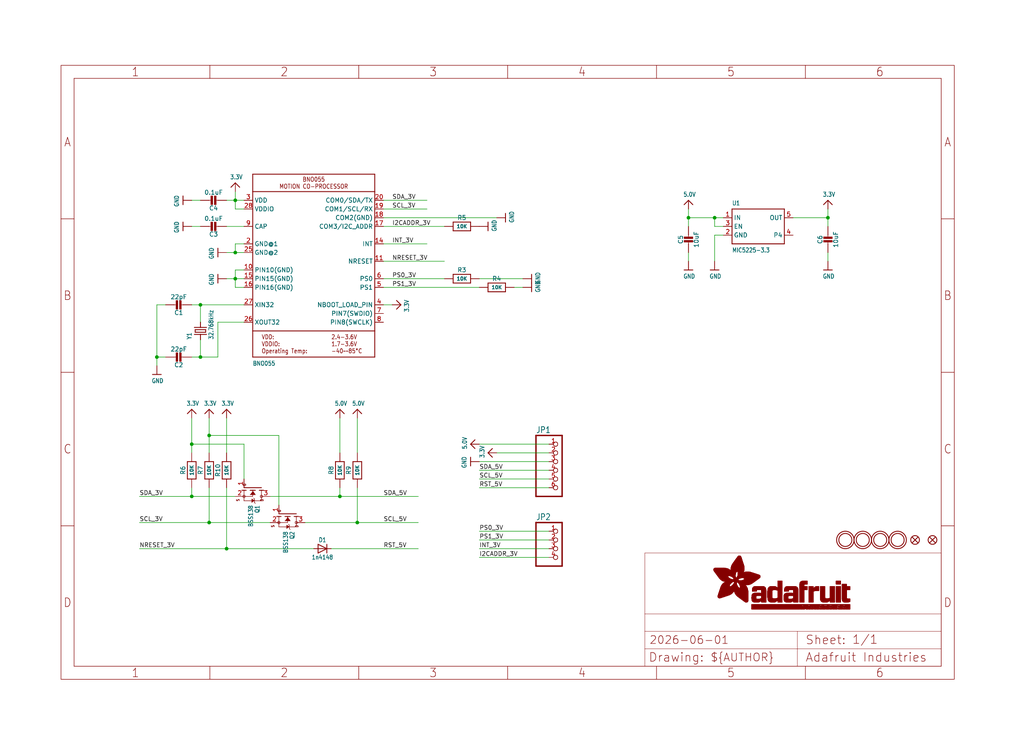
<source format=kicad_sch>
(kicad_sch (version 20231120) (generator "eeschema") (generator_version "8.0")
  (paper "User" 298.45 217.322)
  (lib_symbols
    (symbol "Adafruit BNO055-eagle-import:3.3V" (power)
      (symbol "3.3V_1_0"
        (pin power_in line (at 0 -2.54 90) (length 2.54) (name "3.3V") (number "1"))
      )
    )
    (symbol "Adafruit BNO055-eagle-import:5.0V" (power)
      (symbol "5.0V_1_0"
        (pin power_in line (at 0 -2.54 90) (length 2.54) (name "5.0V") (number "1"))
      )
    )
    (symbol "Adafruit BNO055-eagle-import:BNO055"
      (symbol "BNO055_1_0"
        (text "2.4-3.6V\n1.7-3.6V\n-40~~85°C" (at 5.08 -24.13 0) (effects (font (size 1.27 1.0795)) (justify left)))
        (text "BNO055\nMOTION CO-PROCESSOR" (at 0 22.86 0) (effects (font (size 1.27 1.0795))))
        (text "VDD:\nVDDIO:\nOperating Temp:" (at -15.24 -24.13 0) (effects (font (size 1.27 1.0795)) (justify left)))
        (pin bidirectional line (at -20.32 -2.54 0) (length 2.54) (name "PIN10(GND)") (number "10"))
        (pin bidirectional line (at 20.32 0 180) (length 2.54) (name "NRESET") (number "11"))
        (pin output line (at 20.32 5.08 180) (length 2.54) (name "INT") (number "14"))
        (pin bidirectional line (at -20.32 -5.08 0) (length 2.54) (name "PIN15(GND)") (number "15"))
        (pin bidirectional line (at -20.32 -7.62 0) (length 2.54) (name "PIN16(GND)") (number "16"))
        (pin bidirectional line (at 20.32 10.16 180) (length 2.54) (name "COM3/I2C_ADDR") (number "17"))
        (pin bidirectional line (at 20.32 12.7 180) (length 2.54) (name "COM2(GND)") (number "18"))
        (pin bidirectional line (at 20.32 15.24 180) (length 2.54) (name "COM1/SCL/RX") (number "19"))
        (pin power_in line (at -20.32 5.08 0) (length 2.54) (name "GND@1") (number "2"))
        (pin bidirectional line (at 20.32 17.78 180) (length 2.54) (name "COM0/SDA/TX") (number "20"))
        (pin power_in line (at -20.32 2.54 0) (length 2.54) (name "GND@2") (number "25"))
        (pin output line (at -20.32 -17.78 0) (length 2.54) (name "XOUT32") (number "26"))
        (pin input line (at -20.32 -12.7 0) (length 2.54) (name "XIN32") (number "27"))
        (pin power_in line (at -20.32 15.24 0) (length 2.54) (name "VDDIO") (number "28"))
        (pin power_in line (at -20.32 17.78 0) (length 2.54) (name "VDD") (number "3"))
        (pin bidirectional line (at 20.32 -12.7 180) (length 2.54) (name "NBOOT_LOAD_PIN") (number "4"))
        (pin input line (at 20.32 -7.62 180) (length 2.54) (name "PS1") (number "5"))
        (pin input line (at 20.32 -5.08 180) (length 2.54) (name "PS0") (number "6"))
        (pin bidirectional line (at 20.32 -15.24 180) (length 2.54) (name "PIN7(SWDIO)") (number "7"))
        (pin bidirectional line (at 20.32 -17.78 180) (length 2.54) (name "PIN8(SWCLK)") (number "8"))
        (pin passive line (at -20.32 10.16 0) (length 2.54) (name "CAP") (number "9"))
      )
    )
    (symbol "Adafruit BNO055-eagle-import:CAP_CERAMIC0805-NOOUTLINE"
      (property "Reference" "C" (at -2.29 1.25 90))
      (symbol "CAP_CERAMIC0805-NOOUTLINE_1_0"
        (pin passive line (at 0 5.08 270) (length 2.54) (name "1") (number "1"))
        (pin passive line (at 0 -2.54 90) (length 2.54) (name "2") (number "2"))
      )
    )
    (symbol "Adafruit BNO055-eagle-import:CAP_CERAMIC0805_10MGAP"
      (property "Reference" "C" (at -2.29 1.25 90))
      (symbol "CAP_CERAMIC0805_10MGAP_1_0"
        (pin passive line (at 0 5.08 270) (length 2.54) (name "1") (number "1"))
        (pin passive line (at 0 -2.54 90) (length 2.54) (name "2") (number "2"))
      )
    )
    (symbol "Adafruit BNO055-eagle-import:CRYSTAL8.0X3.8"
      (property "Reference" "Y" (at -2.54 2.54 0))
      (symbol "CRYSTAL8.0X3.8_1_0"
        (pin passive line (at -2.54 0 0) (length 0) (name "1") (number "P$1"))
        (pin passive line (at 2.54 0 180) (length 0) (name "2") (number "P$4"))
      )
    )
    (symbol "Adafruit BNO055-eagle-import:DIODESOD-323"
      (property "Reference" "D" (at 0 2.54 0))
      (symbol "DIODESOD-323_1_0"
        (pin passive line (at -2.54 0 0) (length 2.54) (name "A") (number "A"))
        (pin passive line (at 2.54 0 180) (length 2.54) (name "C") (number "C"))
      )
    )
    (symbol "Adafruit BNO055-eagle-import:FIDUCIAL{dblquote}{dblquote}")
    (symbol "Adafruit BNO055-eagle-import:FRAME_A4_ADAFRUIT"
      (symbol "FRAME_A4_ADAFRUIT_1_0"
        (text "${#}/${##}" (at 230.505 10.16 0) (effects (font (size 2.54 2.54)) (justify left bottom)))
        (text "${AUTHOR}" (at 189.23 5.08 0) (effects (font (size 2.286 2.286)) (justify left bottom)))
        (text "${CURRENT_DATE}" (at 171.45 10.16 0) (effects (font (size 2.286 2.286)) (justify left bottom)))
        (text "${PROJECTNAME}" (at 171.45 15.24 0) (effects (font (size 2.54 2.54)) (justify left bottom)))
        (text "1" (at 21.6958 1.905 0) (effects (font (size 2.54 2.286))))
        (text "1" (at 21.6958 177.165 0) (effects (font (size 2.54 2.286))))
        (text "2" (at 65.0875 1.905 0) (effects (font (size 2.54 2.286))))
        (text "2" (at 65.0875 177.165 0) (effects (font (size 2.54 2.286))))
        (text "3" (at 108.4792 1.905 0) (effects (font (size 2.54 2.286))))
        (text "3" (at 108.4792 177.165 0) (effects (font (size 2.54 2.286))))
        (text "4" (at 151.8708 1.905 0) (effects (font (size 2.54 2.286))))
        (text "4" (at 151.8708 177.165 0) (effects (font (size 2.54 2.286))))
        (text "5" (at 195.2625 1.905 0) (effects (font (size 2.54 2.286))))
        (text "5" (at 195.2625 177.165 0) (effects (font (size 2.54 2.286))))
        (text "6" (at 238.6542 1.905 0) (effects (font (size 2.54 2.286))))
        (text "6" (at 238.6542 177.165 0) (effects (font (size 2.54 2.286))))
        (text "A" (at 1.905 156.6863 0) (effects (font (size 2.54 2.286))))
        (text "A" (at 258.445 156.6863 0) (effects (font (size 2.54 2.286))))
        (text "Adafruit Industries" (at 216.916 4.953 0) (effects (font (size 2.54 2.54)) (justify left bottom)))
        (text "B" (at 1.905 111.9188 0) (effects (font (size 2.54 2.286))))
        (text "B" (at 258.445 111.9188 0) (effects (font (size 2.54 2.286))))
        (text "C" (at 1.905 67.1513 0) (effects (font (size 2.54 2.286))))
        (text "C" (at 258.445 67.1513 0) (effects (font (size 2.54 2.286))))
        (text "D" (at 1.905 22.3838 0) (effects (font (size 2.54 2.286))))
        (text "D" (at 258.445 22.3838 0) (effects (font (size 2.54 2.286))))
        (text "Drawing:" (at 171.196 4.953 0) (effects (font (size 2.54 2.54)) (justify left bottom)))
        (text "Sheet:" (at 216.916 10.033 0) (effects (font (size 2.54 2.54)) (justify left bottom)))
      )
    )
    (symbol "Adafruit BNO055-eagle-import:GND" (power)
      (symbol "GND_1_0"
        (pin power_in line (at 0 2.54 270) (length 2.54) (name "GND") (number "1"))
      )
    )
    (symbol "Adafruit BNO055-eagle-import:HEADER-1X476MIL"
      (property "Reference" "JP" (at -6.35 8.255 0))
      (symbol "HEADER-1X476MIL_1_0"
        (pin passive inverted (at -2.54 5.08 0) (length 2.54) (name "1") (number "1"))
        (pin passive inverted (at -2.54 2.54 0) (length 2.54) (name "2") (number "2"))
        (pin passive inverted (at -2.54 0 0) (length 2.54) (name "3") (number "3"))
        (pin passive inverted (at -2.54 -2.54 0) (length 2.54) (name "4") (number "4"))
      )
    )
    (symbol "Adafruit BNO055-eagle-import:HEADER-1X676MIL"
      (property "Reference" "JP" (at -6.35 10.795 0))
      (symbol "HEADER-1X676MIL_1_0"
        (pin passive inverted (at -2.54 7.62 0) (length 2.54) (name "1") (number "1"))
        (pin passive inverted (at -2.54 5.08 0) (length 2.54) (name "2") (number "2"))
        (pin passive inverted (at -2.54 2.54 0) (length 2.54) (name "3") (number "3"))
        (pin passive inverted (at -2.54 0 0) (length 2.54) (name "4") (number "4"))
        (pin passive inverted (at -2.54 -2.54 0) (length 2.54) (name "5") (number "5"))
        (pin passive inverted (at -2.54 -5.08 0) (length 2.54) (name "6") (number "6"))
      )
    )
    (symbol "Adafruit BNO055-eagle-import:MOSFET-NWIDE"
      (property "Reference" "Q" (at 5.08 0.635 0))
      (symbol "MOSFET-NWIDE_1_0"
        (text "D" (at 3.175 3.175 0) (effects (font (size 0.8128 0.6908)) (justify left bottom)))
        (text "G" (at -1.27 -1.905 0) (effects (font (size 0.8128 0.6908)) (justify left bottom)))
        (text "S" (at 3.175 -3.81 0) (effects (font (size 0.8128 0.6908)) (justify left bottom)))
        (pin bidirectional line (at -2.54 -2.54 0) (length 2.54) (name "G") (number "1"))
        (pin bidirectional line (at 2.54 -5.08 90) (length 2.54) (name "S") (number "2"))
        (pin bidirectional line (at 2.54 5.08 270) (length 2.54) (name "D") (number "3"))
      )
    )
    (symbol "Adafruit BNO055-eagle-import:MOUNTINGHOLE2.5_THICK")
    (symbol "Adafruit BNO055-eagle-import:RESISTOR0805_NOOUTLINE"
      (property "Reference" "R" (at 0 2.54 0))
      (symbol "RESISTOR0805_NOOUTLINE_1_0"
        (pin passive line (at -5.08 0 0) (length 2.54) (name "1") (number "1"))
        (pin passive line (at 5.08 0 180) (length 2.54) (name "2") (number "2"))
      )
    )
    (symbol "Adafruit BNO055-eagle-import:RESISTOR_0805MP"
      (property "Reference" "R" (at 0 2.54 0))
      (symbol "RESISTOR_0805MP_1_0"
        (pin passive line (at -5.08 0 0) (length 2.54) (name "1") (number "1"))
        (pin passive line (at 5.08 0 180) (length 2.54) (name "2") (number "2"))
      )
    )
    (symbol "Adafruit BNO055-eagle-import:VREG_SOT23-5"
      (property "Reference" "U" (at -7.62 6.096 0))
      (symbol "VREG_SOT23-5_1_0"
        (pin power_in line (at -10.16 2.54 0) (length 2.54) (name "IN") (number "1"))
        (pin power_in line (at -10.16 -2.54 0) (length 2.54) (name "GND") (number "2"))
        (pin input line (at -10.16 0 0) (length 2.54) (name "EN") (number "3"))
        (pin bidirectional line (at 10.16 -2.54 180) (length 2.54) (name "P4") (number "4"))
        (pin power_in line (at 10.16 2.54 180) (length 2.54) (name "OUT") (number "5"))
      )
    )
  )
  (junction (at 68.58 73.66))
  (junction (at 68.58 58.42))
  (junction (at 241.3 63.5))
  (junction (at 55.88 144.78))
  (junction (at 208.28 63.5))
  (junction (at 58.42 104.14))
  (junction (at 66.04 160.02))
  (junction (at 55.88 129.54))
  (junction (at 68.58 81.28))
  (junction (at 99.06 144.78))
  (junction (at 104.14 152.4))
  (junction (at 60.96 152.4))
  (junction (at 45.72 104.14))
  (junction (at 60.96 127))
  (junction (at 58.42 88.9))
  (junction (at 200.66 63.5))
  (wire (pts (xy 71.12 73.66) (xy 68.58 73.66)) (stroke (width 0.1524)))
  (wire (pts (xy 144.78 63.5) (xy 111.76 63.5)) (stroke (width 0.1524)))
  (wire (pts (xy 66.04 132.08) (xy 66.04 121.92)) (stroke (width 0.1524)))
  (wire (pts (xy 68.58 81.28) (xy 66.04 81.28)) (stroke (width 0.1524)))
  (wire (pts (xy 60.96 132.08) (xy 60.96 127)) (stroke (width 0.1524)))
  (wire (pts (xy 99.06 144.78) (xy 121.92 144.78)) (stroke (width 0.1524)))
  (wire (pts (xy 45.72 88.9) (xy 45.72 104.14)) (stroke (width 0.1524)))
  (wire (pts (xy 60.96 152.4) (xy 40.64 152.4)) (stroke (width 0.1524)))
  (wire (pts (xy 58.42 93.98) (xy 58.42 88.9)) (stroke (width 0.1524)))
  (wire (pts (xy 104.14 152.4) (xy 121.92 152.4)) (stroke (width 0.1524)))
  (wire (pts (xy 66.04 58.42) (xy 68.58 58.42)) (stroke (width 0.1524)))
  (wire (pts (xy 139.7 160.02) (xy 160.02 160.02)) (stroke (width 0.1524)))
  (wire (pts (xy 71.12 139.7) (xy 71.12 129.54)) (stroke (width 0.1524)))
  (wire (pts (xy 40.64 160.02) (xy 66.04 160.02)) (stroke (width 0.1524)))
  (wire (pts (xy 71.12 81.28) (xy 68.58 81.28)) (stroke (width 0.1524)))
  (wire (pts (xy 139.7 139.7) (xy 160.02 139.7)) (stroke (width 0.1524)))
  (wire (pts (xy 111.76 58.42) (xy 124.46 58.42)) (stroke (width 0.1524)))
  (wire (pts (xy 55.88 144.78) (xy 40.64 144.78)) (stroke (width 0.1524)))
  (wire (pts (xy 55.88 142.24) (xy 55.88 144.78)) (stroke (width 0.1524)))
  (wire (pts (xy 111.76 88.9) (xy 114.3 88.9)) (stroke (width 0.1524)))
  (wire (pts (xy 200.66 66.04) (xy 200.66 63.5)) (stroke (width 0.1524)))
  (wire (pts (xy 71.12 58.42) (xy 68.58 58.42)) (stroke (width 0.1524)))
  (wire (pts (xy 139.7 129.54) (xy 160.02 129.54)) (stroke (width 0.1524)))
  (wire (pts (xy 55.88 129.54) (xy 55.88 121.92)) (stroke (width 0.1524)))
  (wire (pts (xy 160.02 134.62) (xy 139.7 134.62)) (stroke (width 0.1524)))
  (wire (pts (xy 139.7 81.28) (xy 152.4 81.28)) (stroke (width 0.1524)))
  (wire (pts (xy 208.28 68.58) (xy 208.28 76.2)) (stroke (width 0.1524)))
  (wire (pts (xy 200.66 73.66) (xy 200.66 76.2)) (stroke (width 0.1524)))
  (wire (pts (xy 68.58 58.42) (xy 68.58 55.88)) (stroke (width 0.1524)))
  (wire (pts (xy 208.28 63.5) (xy 200.66 63.5)) (stroke (width 0.1524)))
  (wire (pts (xy 200.66 63.5) (xy 200.66 60.96)) (stroke (width 0.1524)))
  (wire (pts (xy 68.58 144.78) (xy 55.88 144.78)) (stroke (width 0.1524)))
  (wire (pts (xy 63.5 104.14) (xy 58.42 104.14)) (stroke (width 0.1524)))
  (wire (pts (xy 160.02 132.08) (xy 144.78 132.08)) (stroke (width 0.1524)))
  (wire (pts (xy 139.7 137.16) (xy 160.02 137.16)) (stroke (width 0.1524)))
  (wire (pts (xy 96.52 160.02) (xy 121.92 160.02)) (stroke (width 0.1524)))
  (wire (pts (xy 58.42 66.04) (xy 55.88 66.04)) (stroke (width 0.1524)))
  (wire (pts (xy 68.58 60.96) (xy 68.58 58.42)) (stroke (width 0.1524)))
  (wire (pts (xy 48.26 104.14) (xy 45.72 104.14)) (stroke (width 0.1524)))
  (wire (pts (xy 66.04 160.02) (xy 91.44 160.02)) (stroke (width 0.1524)))
  (wire (pts (xy 71.12 93.98) (xy 63.5 93.98)) (stroke (width 0.1524)))
  (wire (pts (xy 71.12 88.9) (xy 58.42 88.9)) (stroke (width 0.1524)))
  (wire (pts (xy 111.76 60.96) (xy 124.46 60.96)) (stroke (width 0.1524)))
  (wire (pts (xy 45.72 104.14) (xy 45.72 106.68)) (stroke (width 0.1524)))
  (wire (pts (xy 104.14 132.08) (xy 104.14 121.92)) (stroke (width 0.1524)))
  (wire (pts (xy 241.3 73.66) (xy 241.3 76.2)) (stroke (width 0.1524)))
  (wire (pts (xy 139.7 154.94) (xy 160.02 154.94)) (stroke (width 0.1524)))
  (wire (pts (xy 78.74 152.4) (xy 60.96 152.4)) (stroke (width 0.1524)))
  (wire (pts (xy 66.04 142.24) (xy 66.04 160.02)) (stroke (width 0.1524)))
  (wire (pts (xy 71.12 66.04) (xy 66.04 66.04)) (stroke (width 0.1524)))
  (wire (pts (xy 58.42 58.42) (xy 55.88 58.42)) (stroke (width 0.1524)))
  (wire (pts (xy 139.7 162.56) (xy 160.02 162.56)) (stroke (width 0.1524)))
  (wire (pts (xy 231.14 63.5) (xy 241.3 63.5)) (stroke (width 0.1524)))
  (wire (pts (xy 71.12 60.96) (xy 68.58 60.96)) (stroke (width 0.1524)))
  (wire (pts (xy 88.9 152.4) (xy 104.14 152.4)) (stroke (width 0.1524)))
  (wire (pts (xy 68.58 83.82) (xy 68.58 81.28)) (stroke (width 0.1524)))
  (wire (pts (xy 58.42 104.14) (xy 55.88 104.14)) (stroke (width 0.1524)))
  (wire (pts (xy 58.42 88.9) (xy 55.88 88.9)) (stroke (width 0.1524)))
  (wire (pts (xy 111.76 76.2) (xy 129.54 76.2)) (stroke (width 0.1524)))
  (wire (pts (xy 208.28 66.04) (xy 208.28 63.5)) (stroke (width 0.1524)))
  (wire (pts (xy 68.58 71.12) (xy 68.58 73.66)) (stroke (width 0.1524)))
  (wire (pts (xy 111.76 81.28) (xy 129.54 81.28)) (stroke (width 0.1524)))
  (wire (pts (xy 60.96 142.24) (xy 60.96 152.4)) (stroke (width 0.1524)))
  (wire (pts (xy 71.12 71.12) (xy 68.58 71.12)) (stroke (width 0.1524)))
  (wire (pts (xy 71.12 78.74) (xy 68.58 78.74)) (stroke (width 0.1524)))
  (wire (pts (xy 111.76 66.04) (xy 129.54 66.04)) (stroke (width 0.1524)))
  (wire (pts (xy 210.82 63.5) (xy 208.28 63.5)) (stroke (width 0.1524)))
  (wire (pts (xy 210.82 66.04) (xy 208.28 66.04)) (stroke (width 0.1524)))
  (wire (pts (xy 104.14 152.4) (xy 104.14 142.24)) (stroke (width 0.1524)))
  (wire (pts (xy 60.96 127) (xy 60.96 121.92)) (stroke (width 0.1524)))
  (wire (pts (xy 241.3 63.5) (xy 241.3 60.96)) (stroke (width 0.1524)))
  (wire (pts (xy 149.86 83.82) (xy 152.4 83.82)) (stroke (width 0.1524)))
  (wire (pts (xy 111.76 83.82) (xy 139.7 83.82)) (stroke (width 0.1524)))
  (wire (pts (xy 68.58 73.66) (xy 66.04 73.66)) (stroke (width 0.1524)))
  (wire (pts (xy 99.06 132.08) (xy 99.06 121.92)) (stroke (width 0.1524)))
  (wire (pts (xy 48.26 88.9) (xy 45.72 88.9)) (stroke (width 0.1524)))
  (wire (pts (xy 99.06 144.78) (xy 99.06 142.24)) (stroke (width 0.1524)))
  (wire (pts (xy 55.88 132.08) (xy 55.88 129.54)) (stroke (width 0.1524)))
  (wire (pts (xy 139.7 142.24) (xy 160.02 142.24)) (stroke (width 0.1524)))
  (wire (pts (xy 81.28 147.32) (xy 81.28 127)) (stroke (width 0.1524)))
  (wire (pts (xy 71.12 83.82) (xy 68.58 83.82)) (stroke (width 0.1524)))
  (wire (pts (xy 71.12 129.54) (xy 55.88 129.54)) (stroke (width 0.1524)))
  (wire (pts (xy 58.42 99.06) (xy 58.42 104.14)) (stroke (width 0.1524)))
  (wire (pts (xy 210.82 68.58) (xy 208.28 68.58)) (stroke (width 0.1524)))
  (wire (pts (xy 78.74 144.78) (xy 99.06 144.78)) (stroke (width 0.1524)))
  (wire (pts (xy 81.28 127) (xy 60.96 127)) (stroke (width 0.1524)))
  (wire (pts (xy 139.7 157.48) (xy 160.02 157.48)) (stroke (width 0.1524)))
  (wire (pts (xy 111.76 71.12) (xy 124.46 71.12)) (stroke (width 0.1524)))
  (wire (pts (xy 241.3 66.04) (xy 241.3 63.5)) (stroke (width 0.1524)))
  (wire (pts (xy 63.5 93.98) (xy 63.5 104.14)) (stroke (width 0.1524)))
  (wire (pts (xy 68.58 78.74) (xy 68.58 81.28)) (stroke (width 0.1524)))
  (label "SCL_5V" (at 139.7 139.7 0) (effects (font (size 1.2446 1.2446))))
  (label "SDA_3V" (at 40.64 144.78 0) (effects (font (size 1.2446 1.2446))))
  (label "NRESET_3V" (at 114.3 76.2 0) (effects (font (size 1.2446 1.2446))))
  (label "PS0_3V" (at 139.7 154.94 0) (effects (font (size 1.2446 1.2446))))
  (label "INT_3V" (at 139.7 160.02 0) (effects (font (size 1.2446 1.2446))))
  (label "PS1_3V" (at 139.7 157.48 0) (effects (font (size 1.2446 1.2446))))
  (label "NRESET_3V" (at 40.64 160.02 0) (effects (font (size 1.2446 1.2446))))
  (label "RST_5V" (at 111.76 160.02 0) (effects (font (size 1.2446 1.2446))))
  (label "PS0_3V" (at 114.3 81.28 0) (effects (font (size 1.2446 1.2446))))
  (label "SCL_3V" (at 40.64 152.4 0) (effects (font (size 1.2446 1.2446))))
  (label "RST_5V" (at 139.7 142.24 0) (effects (font (size 1.2446 1.2446))))
  (label "PS1_3V" (at 114.3 83.82 0) (effects (font (size 1.2446 1.2446))))
  (label "I2CADDR_3V" (at 139.7 162.56 0) (effects (font (size 1.2446 1.2446))))
  (label "SCL_3V" (at 114.3 60.96 0) (effects (font (size 1.2446 1.2446))))
  (label "SCL_5V" (at 111.76 152.4 0) (effects (font (size 1.2446 1.2446))))
  (label "SDA_3V" (at 114.3 58.42 0) (effects (font (size 1.2446 1.2446))))
  (label "INT_3V" (at 114.3 71.12 0) (effects (font (size 1.2446 1.2446))))
  (label "I2CADDR_3V" (at 114.3 66.04 0) (effects (font (size 1.2446 1.2446))))
  (label "SDA_5V" (at 111.76 144.78 0) (effects (font (size 1.2446 1.2446))))
  (label "SDA_5V" (at 139.7 137.16 0) (effects (font (size 1.2446 1.2446))))
  (symbol (lib_id "Adafruit BNO055-eagle-import:GND") (at 63.5 81.28 270) (unit 1)
    (property "Reference" "#U$12" (effects (hide yes)))
    (property "Value" "GND" (at 60.96 79.756 0) (effects (font (size 1.27 1.0795)) (justify left bottom)))
  )
  (symbol (lib_id "Adafruit BNO055-eagle-import:3.3V") (at 55.88 119.38 0) (unit 1)
    (property "Reference" "#U$4" (effects (hide yes)))
    (property "Value" "3.3V" (at 54.356 118.364 0) (effects (font (size 1.27 1.0795)) (justify left bottom)))
  )
  (symbol (lib_id "Adafruit BNO055-eagle-import:RESISTOR0805_NOOUTLINE") (at 60.96 137.16 90) (unit 1)
    (property "Reference" "R7" (at 58.42 137.16 0))
    (property "Value" "10K" (at 60.96 137.16 0) (effects (font (size 1.016 1.016) (thickness 0.2032) (bold yes))))
    (property "Footprint" "Adafruit BNO055:0805-NO" (effects (hide yes)))
  )
  (symbol (lib_id "Adafruit BNO055-eagle-import:CRYSTAL8.0X3.8") (at 58.42 96.52 90) (unit 1)
    (property "Reference" "Y1" (at 55.88 99.06 0) (effects (font (size 1.27 1.0795)) (justify left bottom)))
    (property "Value" "32.768kHz" (at 62.23 99.06 0) (effects (font (size 1.27 1.0795)) (justify left bottom)))
    (property "Footprint" "Adafruit BNO055:CRYSTAL_8X3.8" (effects (hide yes)))
  )
  (symbol (lib_id "Adafruit BNO055-eagle-import:GND") (at 63.5 73.66 270) (unit 1)
    (property "Reference" "#U$13" (effects (hide yes)))
    (property "Value" "GND" (at 60.96 72.136 0) (effects (font (size 1.27 1.0795)) (justify left bottom)))
  )
  (symbol (lib_id "Adafruit BNO055-eagle-import:GND") (at 142.24 66.04 90) (unit 1)
    (property "Reference" "#U$7" (effects (hide yes)))
    (property "Value" "GND" (at 144.78 67.564 0) (effects (font (size 1.27 1.0795)) (justify left bottom)))
  )
  (symbol (lib_id "Adafruit BNO055-eagle-import:BNO055") (at 91.44 76.2 0) (unit 1)
    (property "Reference" "U$2" (effects (hide yes)))
    (property "Value" "BNO055" (at 73.66 106.68 0) (effects (font (size 1.27 1.0795)) (justify left bottom)))
    (property "Footprint" "Adafruit BNO055:BNO055" (effects (hide yes)))
  )
  (symbol (lib_id "Adafruit BNO055-eagle-import:RESISTOR0805_NOOUTLINE") (at 134.62 81.28 0) (unit 1)
    (property "Reference" "R3" (at 134.62 78.74 0))
    (property "Value" "10K" (at 134.62 81.28 0) (effects (font (size 1.016 1.016) (thickness 0.2032) (bold yes))))
    (property "Footprint" "Adafruit BNO055:0805-NO" (effects (hide yes)))
  )
  (symbol (lib_id "Adafruit BNO055-eagle-import:MOUNTINGHOLE2.5_THICK") (at 251.46 157.48 0) (unit 1)
    (property "Reference" "U$31" (effects (hide yes)))
    (property "Value" "MOUNTINGHOLE2.5_THICK" (effects (hide yes)))
    (property "Footprint" "Adafruit BNO055:MOUNTINGHOLE_2.5_PLATED_THICK" (effects (hide yes)))
  )
  (symbol (lib_id "Adafruit BNO055-eagle-import:5.0V") (at 200.66 58.42 0) (unit 1)
    (property "Reference" "#U$25" (effects (hide yes)))
    (property "Value" "5.0V" (at 199.136 57.404 0) (effects (font (size 1.27 1.0795)) (justify left bottom)))
  )
  (symbol (lib_id "Adafruit BNO055-eagle-import:RESISTOR_0805MP") (at 104.14 137.16 90) (unit 1)
    (property "Reference" "R9" (at 101.6 137.16 0))
    (property "Value" "10K" (at 104.14 137.16 0) (effects (font (size 1.016 1.016) (thickness 0.2032) (bold yes))))
    (property "Footprint" "Adafruit BNO055:_0805MP" (effects (hide yes)))
  )
  (symbol (lib_id "Adafruit BNO055-eagle-import:3.3V") (at 66.04 119.38 0) (unit 1)
    (property "Reference" "#U$27" (effects (hide yes)))
    (property "Value" "3.3V" (at 64.516 118.364 0) (effects (font (size 1.27 1.0795)) (justify left bottom)))
  )
  (symbol (lib_id "Adafruit BNO055-eagle-import:MOSFET-NWIDE") (at 73.66 142.24 270) (unit 1)
    (property "Reference" "Q1" (at 74.295 147.32 0) (effects (font (size 1.27 1.0795)) (justify left bottom)))
    (property "Value" "BSS138" (at 72.39 147.32 0) (effects (font (size 1.27 1.0795)) (justify left bottom)))
    (property "Footprint" "Adafruit BNO055:SOT23-WIDE" (effects (hide yes)))
  )
  (symbol (lib_id "Adafruit BNO055-eagle-import:FIDUCIAL{dblquote}{dblquote}") (at 266.7 157.48 0) (unit 1)
    (property "Reference" "FID2" (effects (hide yes)))
    (property "Value" "FIDUCIAL{dblquote}{dblquote}" (effects (hide yes)))
    (property "Footprint" "Adafruit BNO055:FIDUCIAL_1MM" (effects (hide yes)))
  )
  (symbol (lib_id "Adafruit BNO055-eagle-import:HEADER-1X476MIL") (at 162.56 160.02 0) (unit 1)
    (property "Reference" "JP2" (at 156.21 151.765 0) (effects (font (size 1.778 1.5113)) (justify left bottom)))
    (property "Value" "HEADER-1X476MIL" (effects (hide yes)))
    (property "Footprint" "Adafruit BNO055:1X04_ROUND_76" (effects (hide yes)))
  )
  (symbol (lib_id "Adafruit BNO055-eagle-import:HEADER-1X676MIL") (at 162.56 137.16 0) (unit 1)
    (property "Reference" "JP1" (at 156.21 126.365 0) (effects (font (size 1.778 1.5113)) (justify left bottom)))
    (property "Value" "HEADER-1X676MIL" (effects (hide yes)))
    (property "Footprint" "Adafruit BNO055:1X06_ROUND_76" (effects (hide yes)))
  )
  (symbol (lib_id "Adafruit BNO055-eagle-import:RESISTOR_0805MP") (at 99.06 137.16 90) (unit 1)
    (property "Reference" "R8" (at 96.52 137.16 0))
    (property "Value" "10K" (at 99.06 137.16 0) (effects (font (size 1.016 1.016) (thickness 0.2032) (bold yes))))
    (property "Footprint" "Adafruit BNO055:_0805MP" (effects (hide yes)))
  )
  (symbol (lib_id "Adafruit BNO055-eagle-import:CAP_CERAMIC0805-NOOUTLINE") (at 63.5 66.04 90) (unit 1)
    (property "Reference" "C3" (at 62.25 68.33 90))
    (property "Value" "0.1uF" (at 62.25 63.74 90))
    (property "Footprint" "Adafruit BNO055:0805-NO" (effects (hide yes)))
  )
  (symbol (lib_id "Adafruit BNO055-eagle-import:GND") (at 154.94 83.82 90) (unit 1)
    (property "Reference" "#U$6" (effects (hide yes)))
    (property "Value" "GND" (at 157.48 85.344 0) (effects (font (size 1.27 1.0795)) (justify left bottom)))
  )
  (symbol (lib_id "Adafruit BNO055-eagle-import:RESISTOR0805_NOOUTLINE") (at 55.88 137.16 90) (unit 1)
    (property "Reference" "R6" (at 53.34 137.16 0))
    (property "Value" "10K" (at 55.88 137.16 0) (effects (font (size 1.016 1.016) (thickness 0.2032) (bold yes))))
    (property "Footprint" "Adafruit BNO055:0805-NO" (effects (hide yes)))
  )
  (symbol (lib_id "Adafruit BNO055-eagle-import:3.3V") (at 68.58 53.34 0) (unit 1)
    (property "Reference" "#U$21" (effects (hide yes)))
    (property "Value" "3.3V" (at 67.056 52.324 0) (effects (font (size 1.27 1.0795)) (justify left bottom)))
  )
  (symbol (lib_id "Adafruit BNO055-eagle-import:RESISTOR0805_NOOUTLINE") (at 66.04 137.16 90) (unit 1)
    (property "Reference" "R10" (at 63.5 137.16 0))
    (property "Value" "10K" (at 66.04 137.16 0) (effects (font (size 1.016 1.016) (thickness 0.2032) (bold yes))))
    (property "Footprint" "Adafruit BNO055:0805-NO" (effects (hide yes)))
  )
  (symbol (lib_id "Adafruit BNO055-eagle-import:5.0V") (at 104.14 119.38 0) (unit 1)
    (property "Reference" "#U$20" (effects (hide yes)))
    (property "Value" "5.0V" (at 102.616 118.364 0) (effects (font (size 1.27 1.0795)) (justify left bottom)))
  )
  (symbol (lib_id "Adafruit BNO055-eagle-import:3.3V") (at 116.84 88.9 270) (unit 1)
    (property "Reference" "#U$15" (effects (hide yes)))
    (property "Value" "3.3V" (at 117.856 87.376 0) (effects (font (size 1.27 1.0795)) (justify left bottom)))
  )
  (symbol (lib_id "Adafruit BNO055-eagle-import:FRAME_A4_ADAFRUIT") (at 17.78 198.12 0) (unit 1)
    (property "Reference" "#U$1" (effects (hide yes)))
    (property "Value" "FRAME_A4_ADAFRUIT" (effects (hide yes)))
  )
  (symbol (lib_id "Adafruit BNO055-eagle-import:CAP_CERAMIC0805-NOOUTLINE") (at 53.34 88.9 90) (unit 1)
    (property "Reference" "C1" (at 52.09 91.19 90))
    (property "Value" "22pF" (at 52.09 86.6 90))
    (property "Footprint" "Adafruit BNO055:0805-NO" (effects (hide yes)))
  )
  (symbol (lib_id "Adafruit BNO055-eagle-import:CAP_CERAMIC0805-NOOUTLINE") (at 53.34 104.14 90) (unit 1)
    (property "Reference" "C2" (at 52.09 106.43 90))
    (property "Value" "22pF" (at 52.09 101.84 90))
    (property "Footprint" "Adafruit BNO055:0805-NO" (effects (hide yes)))
  )
  (symbol (lib_id "Adafruit BNO055-eagle-import:5.0V") (at 137.16 129.54 90) (unit 1)
    (property "Reference" "#U$10" (effects (hide yes)))
    (property "Value" "5.0V" (at 136.144 131.064 0) (effects (font (size 1.27 1.0795)) (justify left bottom)))
  )
  (symbol (lib_id "Adafruit BNO055-eagle-import:RESISTOR0805_NOOUTLINE") (at 134.62 66.04 0) (unit 1)
    (property "Reference" "R5" (at 134.62 63.5 0))
    (property "Value" "10K" (at 134.62 66.04 0) (effects (font (size 1.016 1.016) (thickness 0.2032) (bold yes))))
    (property "Footprint" "Adafruit BNO055:0805-NO" (effects (hide yes)))
  )
  (symbol (lib_id "Adafruit BNO055-eagle-import:GND") (at 241.3 78.74 0) (unit 1)
    (property "Reference" "#U$23" (effects (hide yes)))
    (property "Value" "GND" (at 239.776 81.28 0) (effects (font (size 1.27 1.0795)) (justify left bottom)))
  )
  (symbol (lib_id "Adafruit BNO055-eagle-import:3.3V") (at 241.3 58.42 0) (unit 1)
    (property "Reference" "#U$24" (effects (hide yes)))
    (property "Value" "3.3V" (at 239.776 57.404 0) (effects (font (size 1.27 1.0795)) (justify left bottom)))
  )
  (symbol (lib_id "Adafruit BNO055-eagle-import:CAP_CERAMIC0805_10MGAP") (at 63.5 58.42 90) (unit 1)
    (property "Reference" "C4" (at 62.25 60.71 90))
    (property "Value" "0.1uF" (at 62.25 56.12 90))
    (property "Footprint" "Adafruit BNO055:0805_10MGAP" (effects (hide yes)))
  )
  (symbol (lib_id "Adafruit BNO055-eagle-import:MOUNTINGHOLE2.5_THICK") (at 261.62 157.48 0) (unit 1)
    (property "Reference" "U$29" (effects (hide yes)))
    (property "Value" "MOUNTINGHOLE2.5_THICK" (effects (hide yes)))
    (property "Footprint" "Adafruit BNO055:MOUNTINGHOLE_2.5_PLATED_THICK" (effects (hide yes)))
  )
  (symbol (lib_id "Adafruit BNO055-eagle-import:GND") (at 154.94 81.28 90) (unit 1)
    (property "Reference" "#U$5" (effects (hide yes)))
    (property "Value" "GND" (at 157.48 82.804 0) (effects (font (size 1.27 1.0795)) (justify left bottom)))
  )
  (symbol (lib_id "Adafruit BNO055-eagle-import:GND") (at 53.34 58.42 270) (unit 1)
    (property "Reference" "#U$16" (effects (hide yes)))
    (property "Value" "GND" (at 50.8 56.896 0) (effects (font (size 1.27 1.0795)) (justify left bottom)))
  )
  (symbol (lib_id "Adafruit BNO055-eagle-import:FIDUCIAL{dblquote}{dblquote}") (at 271.78 157.48 0) (unit 1)
    (property "Reference" "FID1" (effects (hide yes)))
    (property "Value" "FIDUCIAL{dblquote}{dblquote}" (effects (hide yes)))
    (property "Footprint" "Adafruit BNO055:FIDUCIAL_1MM" (effects (hide yes)))
  )
  (symbol (lib_id "Adafruit BNO055-eagle-import:GND") (at 208.28 78.74 0) (unit 1)
    (property "Reference" "#U$26" (effects (hide yes)))
    (property "Value" "GND" (at 206.756 81.28 0) (effects (font (size 1.27 1.0795)) (justify left bottom)))
  )
  (symbol (lib_id "Adafruit BNO055-eagle-import:CAP_CERAMIC0805-NOOUTLINE") (at 200.66 71.12 0) (unit 1)
    (property "Reference" "C5" (at 198.37 69.87 90))
    (property "Value" "10uF" (at 202.96 69.87 90))
    (property "Footprint" "Adafruit BNO055:0805-NO" (effects (hide yes)))
  )
  (symbol (lib_id "Adafruit BNO055-eagle-import:GND") (at 200.66 78.74 0) (unit 1)
    (property "Reference" "#U$22" (effects (hide yes)))
    (property "Value" "GND" (at 199.136 81.28 0) (effects (font (size 1.27 1.0795)) (justify left bottom)))
  )
  (symbol (lib_id "Adafruit BNO055-eagle-import:MOUNTINGHOLE2.5_THICK") (at 246.38 157.48 0) (unit 1)
    (property "Reference" "U$32" (effects (hide yes)))
    (property "Value" "MOUNTINGHOLE2.5_THICK" (effects (hide yes)))
    (property "Footprint" "Adafruit BNO055:MOUNTINGHOLE_2.5_PLATED_THICK" (effects (hide yes)))
  )
  (symbol (lib_id "Adafruit BNO055-eagle-import:VREG_SOT23-5") (at 220.98 66.04 0) (unit 1)
    (property "Reference" "U1" (at 213.36 59.944 0) (effects (font (size 1.27 1.0795)) (justify left bottom)))
    (property "Value" "MIC5225-3.3" (at 213.36 73.66 0) (effects (font (size 1.27 1.0795)) (justify left bottom)))
    (property "Footprint" "Adafruit BNO055:SOT23-5" (effects (hide yes)))
  )
  (symbol (lib_id "Adafruit BNO055-eagle-import:3.3V") (at 60.96 119.38 0) (unit 1)
    (property "Reference" "#U$9" (effects (hide yes)))
    (property "Value" "3.3V" (at 59.436 118.364 0) (effects (font (size 1.27 1.0795)) (justify left bottom)))
  )
  (symbol (lib_id "Adafruit BNO055-eagle-import:MOSFET-NWIDE") (at 83.82 149.86 270) (unit 1)
    (property "Reference" "Q2" (at 84.455 154.94 0) (effects (font (size 1.27 1.0795)) (justify left bottom)))
    (property "Value" "BSS138" (at 82.55 154.94 0) (effects (font (size 1.27 1.0795)) (justify left bottom)))
    (property "Footprint" "Adafruit BNO055:SOT23-WIDE" (effects (hide yes)))
  )
  (symbol (lib_id "Adafruit BNO055-eagle-import:GND") (at 147.32 63.5 90) (unit 1)
    (property "Reference" "#U$8" (effects (hide yes)))
    (property "Value" "GND" (at 149.86 65.024 0) (effects (font (size 1.27 1.0795)) (justify left bottom)))
  )
  (symbol (lib_id "Adafruit BNO055-eagle-import:CAP_CERAMIC0805_10MGAP") (at 241.3 71.12 0) (unit 1)
    (property "Reference" "C6" (at 239.01 69.87 90))
    (property "Value" "10uF" (at 243.6 69.87 90))
    (property "Footprint" "Adafruit BNO055:0805_10MGAP" (effects (hide yes)))
  )
  (symbol (lib_id "Adafruit BNO055-eagle-import:3.3V") (at 142.24 132.08 90) (unit 1)
    (property "Reference" "#U$17" (effects (hide yes)))
    (property "Value" "3.3V" (at 141.224 133.604 0) (effects (font (size 1.27 1.0795)) (justify left bottom)))
  )
  (symbol (lib_id "Adafruit BNO055-eagle-import:GND") (at 137.16 134.62 270) (unit 1)
    (property "Reference" "#U$18" (effects (hide yes)))
    (property "Value" "GND" (at 134.62 133.096 0) (effects (font (size 1.27 1.0795)) (justify left bottom)))
  )
  (symbol (lib_id "Adafruit BNO055-eagle-import:GND") (at 45.72 109.22 0) (unit 1)
    (property "Reference" "#U$11" (effects (hide yes)))
    (property "Value" "GND" (at 44.196 111.76 0) (effects (font (size 1.27 1.0795)) (justify left bottom)))
  )
  (symbol (lib_id "Adafruit BNO055-eagle-import:MOUNTINGHOLE2.5_THICK") (at 256.54 157.48 0) (unit 1)
    (property "Reference" "U$30" (effects (hide yes)))
    (property "Value" "MOUNTINGHOLE2.5_THICK" (effects (hide yes)))
    (property "Footprint" "Adafruit BNO055:MOUNTINGHOLE_2.5_PLATED_THICK" (effects (hide yes)))
  )
  (symbol (lib_id "Adafruit BNO055-eagle-import:DIODESOD-323") (at 93.98 160.02 0) (unit 1)
    (property "Reference" "D1" (at 93.98 157.48 0) (effects (font (size 1.27 1.0795))))
    (property "Value" "1n4148" (at 93.98 162.52 0) (effects (font (size 1.27 1.0795))))
    (property "Footprint" "Adafruit BNO055:SOD-323" (effects (hide yes)))
  )
  (symbol (lib_id "Adafruit BNO055-eagle-import:GND") (at 53.34 66.04 270) (unit 1)
    (property "Reference" "#U$14" (effects (hide yes)))
    (property "Value" "GND" (at 50.8 64.516 0) (effects (font (size 1.27 1.0795)) (justify left bottom)))
  )
  (symbol (lib_id "Adafruit BNO055-eagle-import:5.0V") (at 99.06 119.38 0) (unit 1)
    (property "Reference" "#U$19" (effects (hide yes)))
    (property "Value" "5.0V" (at 97.536 118.364 0) (effects (font (size 1.27 1.0795)) (justify left bottom)))
  )
  (symbol (lib_id "Adafruit BNO055-eagle-import:RESISTOR0805_NOOUTLINE") (at 144.78 83.82 0) (unit 1)
    (property "Reference" "R4" (at 144.78 81.28 0))
    (property "Value" "10K" (at 144.78 83.82 0) (effects (font (size 1.016 1.016) (thickness 0.2032) (bold yes))))
    (property "Footprint" "Adafruit BNO055:0805-NO" (effects (hide yes)))
  )
)
</source>
